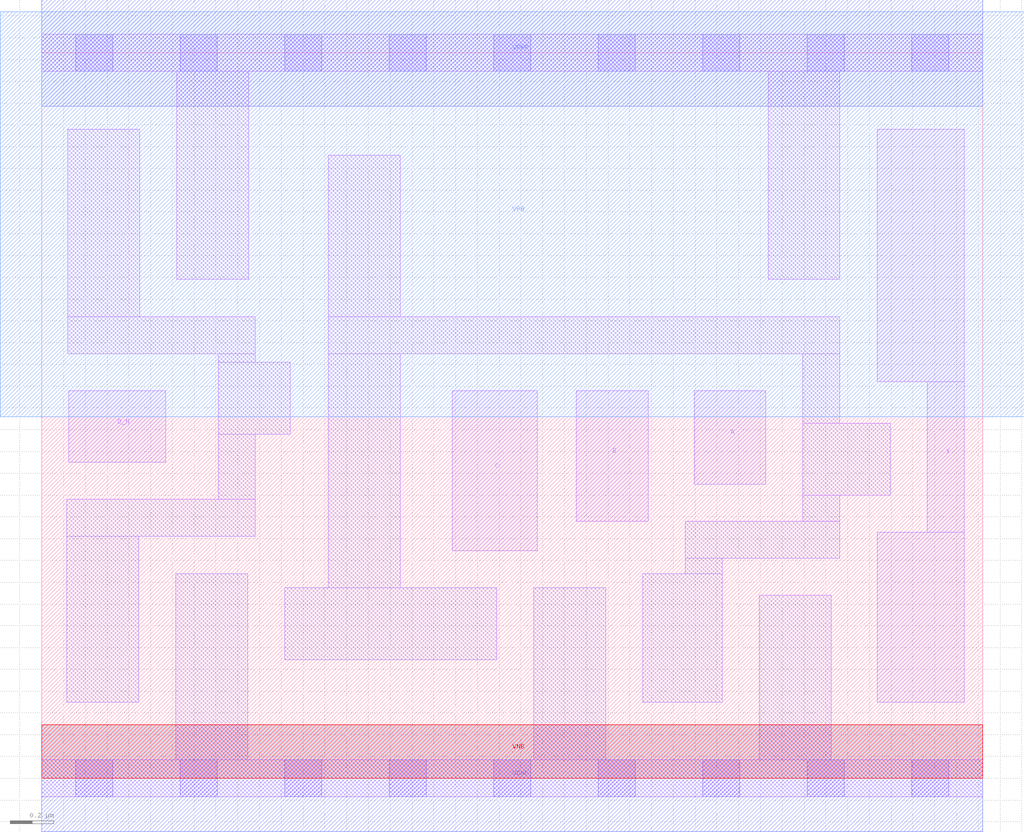
<source format=lef>
# Copyright 2020 The SkyWater PDK Authors
#
# Licensed under the Apache License, Version 2.0 (the "License");
# you may not use this file except in compliance with the License.
# You may obtain a copy of the License at
#
#     https://www.apache.org/licenses/LICENSE-2.0
#
# Unless required by applicable law or agreed to in writing, software
# distributed under the License is distributed on an "AS IS" BASIS,
# WITHOUT WARRANTIES OR CONDITIONS OF ANY KIND, either express or implied.
# See the License for the specific language governing permissions and
# limitations under the License.
#
# SPDX-License-Identifier: Apache-2.0

VERSION 5.7 ;
  NOWIREEXTENSIONATPIN ON ;
  DIVIDERCHAR "/" ;
  BUSBITCHARS "[]" ;
MACRO sky130_fd_sc_ms__or4b_1
  CLASS CORE ;
  FOREIGN sky130_fd_sc_ms__or4b_1 ;
  ORIGIN  0.000000  0.000000 ;
  SIZE  4.320000 BY  3.330000 ;
  SYMMETRY X Y ;
  SITE unit ;
  PIN A
    ANTENNAGATEAREA  0.262500 ;
    DIRECTION INPUT ;
    USE SIGNAL ;
    PORT
      LAYER li1 ;
        RECT 2.995000 1.350000 3.325000 1.780000 ;
    END
  END A
  PIN B
    ANTENNAGATEAREA  0.262500 ;
    DIRECTION INPUT ;
    USE SIGNAL ;
    PORT
      LAYER li1 ;
        RECT 2.455000 1.180000 2.785000 1.780000 ;
    END
  END B
  PIN C
    ANTENNAGATEAREA  0.262500 ;
    DIRECTION INPUT ;
    USE SIGNAL ;
    PORT
      LAYER li1 ;
        RECT 1.885000 1.045000 2.275000 1.780000 ;
    END
  END C
  PIN D_N
    ANTENNAGATEAREA  0.233700 ;
    DIRECTION INPUT ;
    USE SIGNAL ;
    PORT
      LAYER li1 ;
        RECT 0.125000 1.450000 0.570000 1.780000 ;
    END
  END D_N
  PIN X
    ANTENNADIFFAREA  0.524500 ;
    DIRECTION OUTPUT ;
    USE SIGNAL ;
    PORT
      LAYER li1 ;
        RECT 3.835000 0.350000 4.235000 1.130000 ;
        RECT 3.835000 1.820000 4.235000 2.980000 ;
        RECT 4.065000 1.130000 4.235000 1.820000 ;
    END
  END X
  PIN VGND
    DIRECTION INOUT ;
    USE GROUND ;
    PORT
      LAYER met1 ;
        RECT 0.000000 -0.245000 4.320000 0.245000 ;
    END
  END VGND
  PIN VNB
    DIRECTION INOUT ;
    USE GROUND ;
    PORT
      LAYER pwell ;
        RECT 0.000000 0.000000 4.320000 0.245000 ;
    END
  END VNB
  PIN VPB
    DIRECTION INOUT ;
    USE POWER ;
    PORT
      LAYER nwell ;
        RECT -0.190000 1.660000 4.510000 3.520000 ;
    END
  END VPB
  PIN VPWR
    DIRECTION INOUT ;
    USE POWER ;
    PORT
      LAYER met1 ;
        RECT 0.000000 3.085000 4.320000 3.575000 ;
    END
  END VPWR
  OBS
    LAYER li1 ;
      RECT 0.000000 -0.085000 4.320000 0.085000 ;
      RECT 0.000000  3.245000 4.320000 3.415000 ;
      RECT 0.115000  0.350000 0.445000 1.110000 ;
      RECT 0.115000  1.110000 0.980000 1.280000 ;
      RECT 0.120000  1.950000 0.980000 2.120000 ;
      RECT 0.120000  2.120000 0.450000 2.980000 ;
      RECT 0.615000  0.085000 0.945000 0.940000 ;
      RECT 0.620000  2.290000 0.950000 3.245000 ;
      RECT 0.810000  1.280000 0.980000 1.580000 ;
      RECT 0.810000  1.580000 1.140000 1.910000 ;
      RECT 0.810000  1.910000 0.980000 1.950000 ;
      RECT 1.115000  0.545000 2.090000 0.875000 ;
      RECT 1.315000  0.875000 1.645000 1.950000 ;
      RECT 1.315000  1.950000 3.665000 2.120000 ;
      RECT 1.315000  2.120000 1.645000 2.860000 ;
      RECT 2.260000  0.085000 2.590000 0.875000 ;
      RECT 2.760000  0.350000 3.125000 0.940000 ;
      RECT 2.955000  0.940000 3.125000 1.010000 ;
      RECT 2.955000  1.010000 3.665000 1.180000 ;
      RECT 3.295000  0.085000 3.625000 0.840000 ;
      RECT 3.335000  2.290000 3.665000 3.245000 ;
      RECT 3.495000  1.180000 3.665000 1.300000 ;
      RECT 3.495000  1.300000 3.895000 1.630000 ;
      RECT 3.495000  1.630000 3.665000 1.950000 ;
    LAYER mcon ;
      RECT 0.155000 -0.085000 0.325000 0.085000 ;
      RECT 0.155000  3.245000 0.325000 3.415000 ;
      RECT 0.635000 -0.085000 0.805000 0.085000 ;
      RECT 0.635000  3.245000 0.805000 3.415000 ;
      RECT 1.115000 -0.085000 1.285000 0.085000 ;
      RECT 1.115000  3.245000 1.285000 3.415000 ;
      RECT 1.595000 -0.085000 1.765000 0.085000 ;
      RECT 1.595000  3.245000 1.765000 3.415000 ;
      RECT 2.075000 -0.085000 2.245000 0.085000 ;
      RECT 2.075000  3.245000 2.245000 3.415000 ;
      RECT 2.555000 -0.085000 2.725000 0.085000 ;
      RECT 2.555000  3.245000 2.725000 3.415000 ;
      RECT 3.035000 -0.085000 3.205000 0.085000 ;
      RECT 3.035000  3.245000 3.205000 3.415000 ;
      RECT 3.515000 -0.085000 3.685000 0.085000 ;
      RECT 3.515000  3.245000 3.685000 3.415000 ;
      RECT 3.995000 -0.085000 4.165000 0.085000 ;
      RECT 3.995000  3.245000 4.165000 3.415000 ;
  END
END sky130_fd_sc_ms__or4b_1
END LIBRARY

</source>
